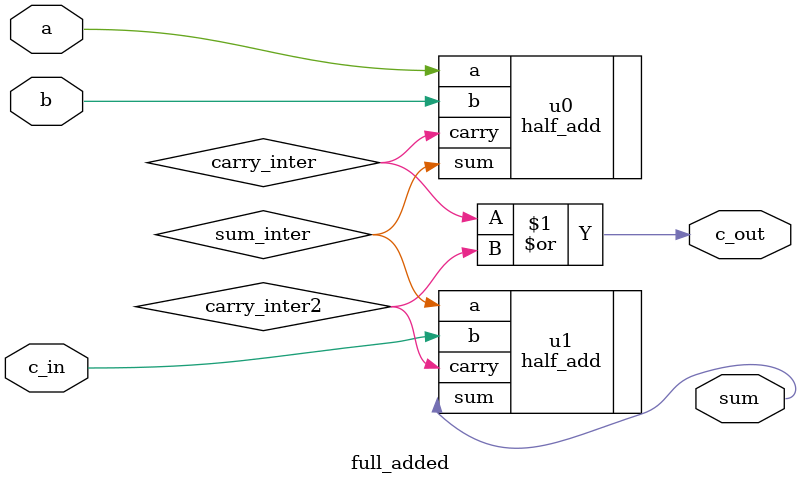
<source format=sv>
`timescale 1ns / 1ps


module full_added(
    input a,
    input b,
    input c_in,
    output sum,
    output c_out
    );
    
    logic a , b , c_in , sum , c_out;
    logic sum_inter , carry_inter , carry_inter2;
    
    
    half_add u0( .a(a) , .b(b) , .sum(sum_inter) , .carry(carry_inter) );
    half_add u1( .a(sum_inter) , .b(c_in) , .sum(sum) , .carry(carry_inter2) );
    
    assign c_out = carry_inter | carry_inter2;
    
endmodule

</source>
